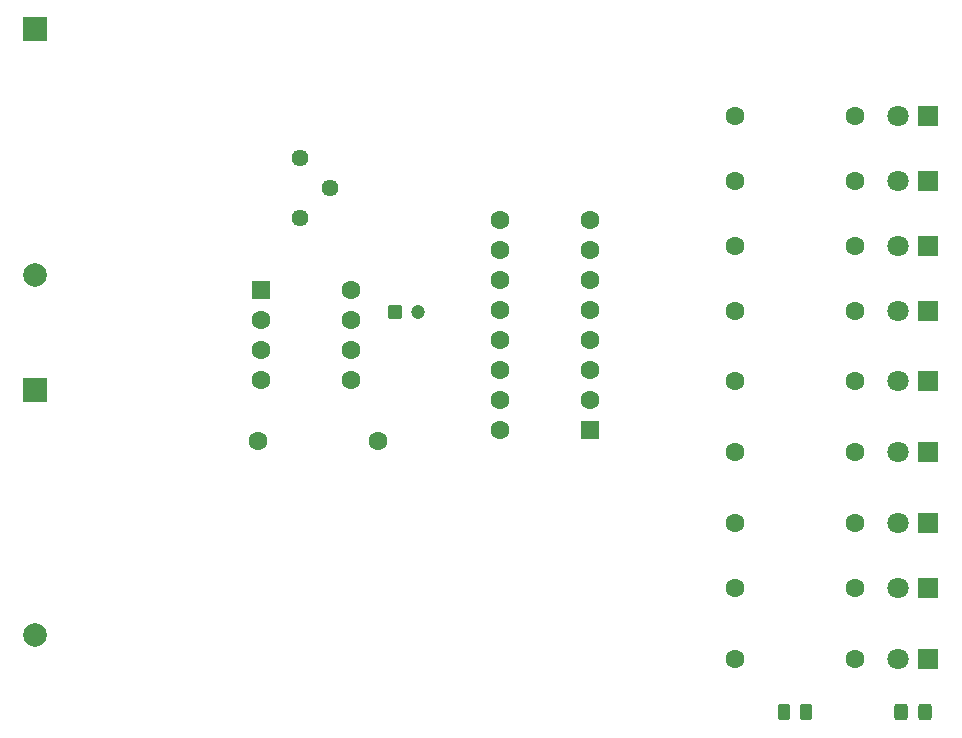
<source format=gbr>
%TF.GenerationSoftware,KiCad,Pcbnew,9.0.5*%
%TF.CreationDate,2025-10-19T16:10:15+05:30*%
%TF.ProjectId,KICADWORKSHOP_LED_CHASER,4b494341-4457-44f5-924b-53484f505f4c,rev?*%
%TF.SameCoordinates,Original*%
%TF.FileFunction,Soldermask,Top*%
%TF.FilePolarity,Negative*%
%FSLAX46Y46*%
G04 Gerber Fmt 4.6, Leading zero omitted, Abs format (unit mm)*
G04 Created by KiCad (PCBNEW 9.0.5) date 2025-10-19 16:10:15*
%MOMM*%
%LPD*%
G01*
G04 APERTURE LIST*
G04 Aperture macros list*
%AMRoundRect*
0 Rectangle with rounded corners*
0 $1 Rounding radius*
0 $2 $3 $4 $5 $6 $7 $8 $9 X,Y pos of 4 corners*
0 Add a 4 corners polygon primitive as box body*
4,1,4,$2,$3,$4,$5,$6,$7,$8,$9,$2,$3,0*
0 Add four circle primitives for the rounded corners*
1,1,$1+$1,$2,$3*
1,1,$1+$1,$4,$5*
1,1,$1+$1,$6,$7*
1,1,$1+$1,$8,$9*
0 Add four rect primitives between the rounded corners*
20,1,$1+$1,$2,$3,$4,$5,0*
20,1,$1+$1,$4,$5,$6,$7,0*
20,1,$1+$1,$6,$7,$8,$9,0*
20,1,$1+$1,$8,$9,$2,$3,0*%
G04 Aperture macros list end*
%ADD10RoundRect,0.250000X0.550000X0.550000X-0.550000X0.550000X-0.550000X-0.550000X0.550000X-0.550000X0*%
%ADD11C,1.600000*%
%ADD12RoundRect,0.250000X-0.550000X-0.550000X0.550000X-0.550000X0.550000X0.550000X-0.550000X0.550000X0*%
%ADD13C,1.440000*%
%ADD14RoundRect,0.250000X-0.262500X-0.450000X0.262500X-0.450000X0.262500X0.450000X-0.262500X0.450000X0*%
%ADD15RoundRect,0.250000X0.325000X0.450000X-0.325000X0.450000X-0.325000X-0.450000X0.325000X-0.450000X0*%
%ADD16R,1.800000X1.800000*%
%ADD17C,1.800000*%
%ADD18RoundRect,0.250000X-0.350000X-0.350000X0.350000X-0.350000X0.350000X0.350000X-0.350000X0.350000X0*%
%ADD19C,1.200000*%
%ADD20R,2.000000X2.000000*%
%ADD21C,2.000000*%
G04 APERTURE END LIST*
D10*
%TO.C,U2*%
X135120000Y-68080000D03*
D11*
X135120000Y-65540000D03*
X135120000Y-63000000D03*
X135120000Y-60460000D03*
X135120000Y-57920000D03*
X135120000Y-55380000D03*
X135120000Y-52840000D03*
X135120000Y-50300000D03*
X127500000Y-50300000D03*
X127500000Y-52840000D03*
X127500000Y-55380000D03*
X127500000Y-57920000D03*
X127500000Y-60460000D03*
X127500000Y-63000000D03*
X127500000Y-65540000D03*
X127500000Y-68080000D03*
%TD*%
D12*
%TO.C,U1*%
X107300000Y-56270000D03*
D11*
X107300000Y-58810000D03*
X107300000Y-61350000D03*
X107300000Y-63890000D03*
X114920000Y-63890000D03*
X114920000Y-61350000D03*
X114920000Y-58810000D03*
X114920000Y-56270000D03*
%TD*%
D13*
%TO.C,RV1*%
X110620000Y-50120000D03*
X113160000Y-47580000D03*
X110620000Y-45040000D03*
%TD*%
D14*
%TO.C,R11*%
X151587500Y-92000000D03*
X153412500Y-92000000D03*
%TD*%
D11*
%TO.C,R10*%
X147420000Y-87500000D03*
X157580000Y-87500000D03*
%TD*%
%TO.C,R9*%
X147420000Y-81500000D03*
X157580000Y-81500000D03*
%TD*%
%TO.C,R8*%
X147420000Y-76000000D03*
X157580000Y-76000000D03*
%TD*%
%TO.C,R7*%
X147420000Y-70000000D03*
X157580000Y-70000000D03*
%TD*%
%TO.C,R6*%
X147420000Y-64000000D03*
X157580000Y-64000000D03*
%TD*%
%TO.C,R5*%
X147420000Y-58000000D03*
X157580000Y-58000000D03*
%TD*%
%TO.C,R4*%
X147420000Y-52500000D03*
X157580000Y-52500000D03*
%TD*%
%TO.C,R3*%
X147420000Y-47000000D03*
X157580000Y-47000000D03*
%TD*%
%TO.C,R2*%
X147420000Y-41500000D03*
X157580000Y-41500000D03*
%TD*%
%TO.C,R1*%
X107025000Y-69080000D03*
X117185000Y-69080000D03*
%TD*%
D15*
%TO.C,D10*%
X163525000Y-92000000D03*
X161475000Y-92000000D03*
%TD*%
D16*
%TO.C,D9*%
X163770000Y-87500000D03*
D17*
X161230000Y-87500000D03*
%TD*%
D16*
%TO.C,D8*%
X163770000Y-81500000D03*
D17*
X161230000Y-81500000D03*
%TD*%
D16*
%TO.C,D7*%
X163770000Y-76000000D03*
D17*
X161230000Y-76000000D03*
%TD*%
D16*
%TO.C,D6*%
X163770000Y-70000000D03*
D17*
X161230000Y-70000000D03*
%TD*%
D16*
%TO.C,D5*%
X163770000Y-64000000D03*
D17*
X161230000Y-64000000D03*
%TD*%
D16*
%TO.C,D4*%
X163770000Y-58000000D03*
D17*
X161230000Y-58000000D03*
%TD*%
D16*
%TO.C,D3*%
X163770000Y-52500000D03*
D17*
X161230000Y-52500000D03*
%TD*%
D16*
%TO.C,D2*%
X163770000Y-47000000D03*
D17*
X161230000Y-47000000D03*
%TD*%
D16*
%TO.C,D1*%
X163770000Y-41500000D03*
D17*
X161230000Y-41500000D03*
%TD*%
D18*
%TO.C,C1*%
X118605000Y-58080000D03*
D19*
X120605000Y-58080000D03*
%TD*%
D20*
%TO.C,BT2*%
X88120000Y-64682546D03*
D21*
X88120000Y-85482546D03*
%TD*%
D20*
%TO.C,BT1*%
X88120000Y-34182546D03*
D21*
X88120000Y-54982546D03*
%TD*%
M02*

</source>
